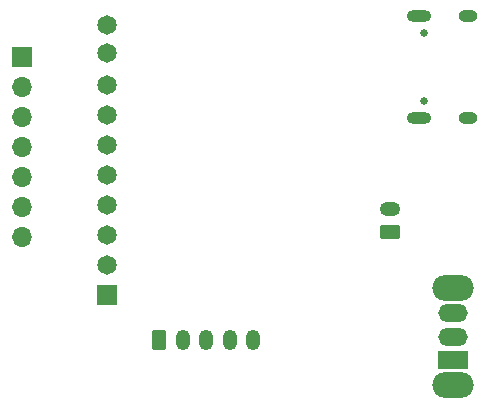
<source format=gbs>
%TF.GenerationSoftware,KiCad,Pcbnew,(6.0.2)*%
%TF.CreationDate,2022-03-15T02:54:35-04:00*%
%TF.ProjectId,ferrous_slime,66657272-6f75-4735-9f73-6c696d652e6b,v0.0.1*%
%TF.SameCoordinates,Original*%
%TF.FileFunction,Soldermask,Bot*%
%TF.FilePolarity,Negative*%
%FSLAX46Y46*%
G04 Gerber Fmt 4.6, Leading zero omitted, Abs format (unit mm)*
G04 Created by KiCad (PCBNEW (6.0.2)) date 2022-03-15 02:54:35*
%MOMM*%
%LPD*%
G01*
G04 APERTURE LIST*
G04 Aperture macros list*
%AMRoundRect*
0 Rectangle with rounded corners*
0 $1 Rounding radius*
0 $2 $3 $4 $5 $6 $7 $8 $9 X,Y pos of 4 corners*
0 Add a 4 corners polygon primitive as box body*
4,1,4,$2,$3,$4,$5,$6,$7,$8,$9,$2,$3,0*
0 Add four circle primitives for the rounded corners*
1,1,$1+$1,$2,$3*
1,1,$1+$1,$4,$5*
1,1,$1+$1,$6,$7*
1,1,$1+$1,$8,$9*
0 Add four rect primitives between the rounded corners*
20,1,$1+$1,$2,$3,$4,$5,0*
20,1,$1+$1,$4,$5,$6,$7,0*
20,1,$1+$1,$6,$7,$8,$9,0*
20,1,$1+$1,$8,$9,$2,$3,0*%
G04 Aperture macros list end*
%ADD10RoundRect,0.250000X-0.350000X-0.625000X0.350000X-0.625000X0.350000X0.625000X-0.350000X0.625000X0*%
%ADD11O,1.200000X1.750000*%
%ADD12RoundRect,0.250000X0.625000X-0.350000X0.625000X0.350000X-0.625000X0.350000X-0.625000X-0.350000X0*%
%ADD13O,1.750000X1.200000*%
%ADD14O,3.500000X2.200000*%
%ADD15R,2.500000X1.500000*%
%ADD16O,2.500000X1.500000*%
%ADD17C,0.650000*%
%ADD18O,2.100000X1.000000*%
%ADD19O,1.600000X1.000000*%
%ADD20C,1.651000*%
%ADD21R,1.651000X1.651000*%
%ADD22R,1.700000X1.700000*%
%ADD23O,1.700000X1.700000*%
G04 APERTURE END LIST*
D10*
X69406008Y-58367000D03*
D11*
X71406008Y-58367000D03*
X73406008Y-58367000D03*
X75406008Y-58367000D03*
X77406008Y-58367000D03*
D12*
X88950800Y-49276000D03*
D13*
X88950800Y-47276000D03*
D14*
X94266004Y-62212986D03*
X94266004Y-54012986D03*
D15*
X94266004Y-60112986D03*
D16*
X94266004Y-58112986D03*
X94266004Y-56112986D03*
D17*
X91883000Y-32362990D03*
X91883000Y-38142990D03*
D18*
X91383000Y-39572990D03*
X91383000Y-30932990D03*
D19*
X95563000Y-30932990D03*
X95563000Y-39572990D03*
D20*
X65038460Y-31707462D03*
X65038460Y-34120462D03*
D21*
X65038460Y-54567462D03*
D20*
X65038460Y-52027462D03*
X65038460Y-49487462D03*
X65038460Y-46947462D03*
X65038460Y-44407462D03*
X65038460Y-41867462D03*
X65038460Y-39327462D03*
X65038460Y-36787462D03*
D22*
X57785000Y-34417000D03*
D23*
X57785000Y-36957000D03*
X57785000Y-39497000D03*
X57785000Y-42037000D03*
X57785000Y-44577000D03*
X57785000Y-47117000D03*
X57785000Y-49657000D03*
M02*

</source>
